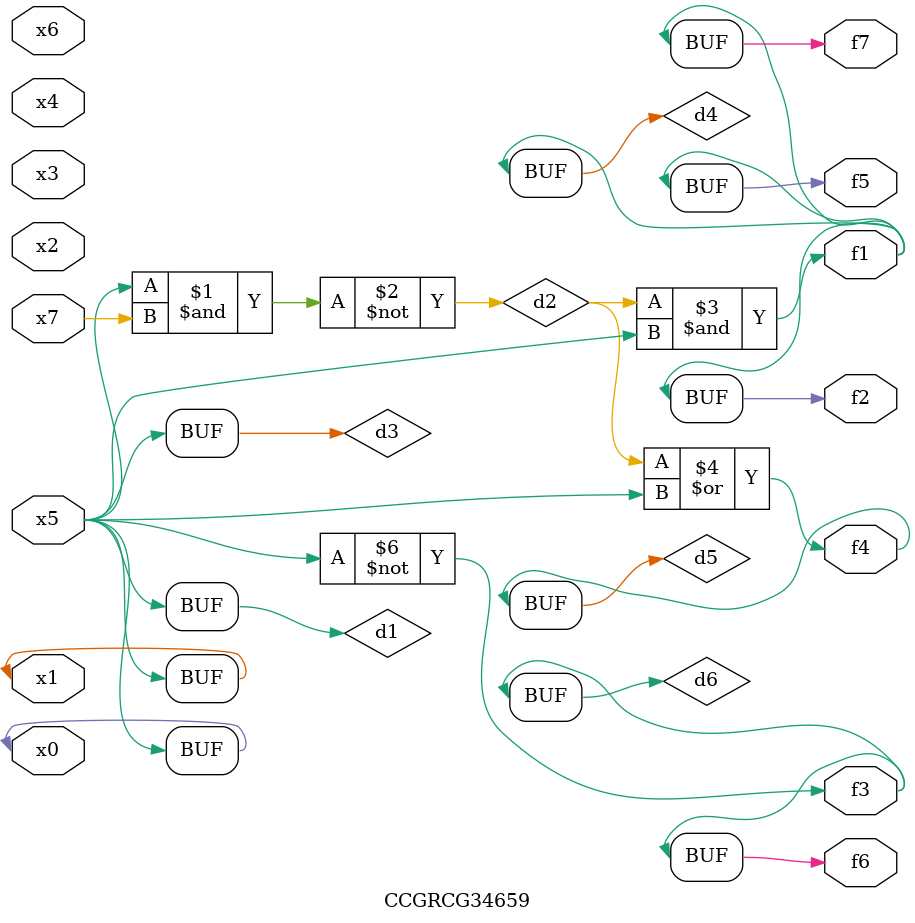
<source format=v>
module CCGRCG34659(
	input x0, x1, x2, x3, x4, x5, x6, x7,
	output f1, f2, f3, f4, f5, f6, f7
);

	wire d1, d2, d3, d4, d5, d6;

	buf (d1, x0, x5);
	nand (d2, x5, x7);
	buf (d3, x0, x1);
	and (d4, d2, d3);
	or (d5, d2, d3);
	nor (d6, d1, d3);
	assign f1 = d4;
	assign f2 = d4;
	assign f3 = d6;
	assign f4 = d5;
	assign f5 = d4;
	assign f6 = d6;
	assign f7 = d4;
endmodule

</source>
